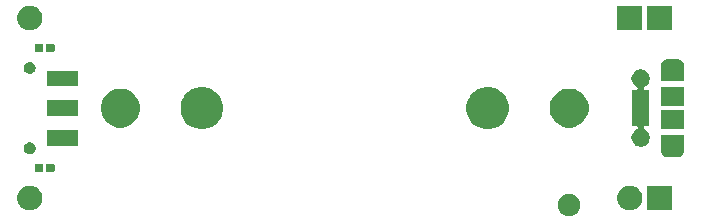
<source format=gbr>
G04 #@! TF.GenerationSoftware,KiCad,Pcbnew,5.0.1+dfsg1-3*
G04 #@! TF.CreationDate,2018-11-05T21:22:01-05:00*
G04 #@! TF.ProjectId,BreadBatt,4272656164426174742E6B696361645F,rev?*
G04 #@! TF.SameCoordinates,Original*
G04 #@! TF.FileFunction,Soldermask,Top*
G04 #@! TF.FilePolarity,Negative*
%FSLAX46Y46*%
G04 Gerber Fmt 4.6, Leading zero omitted, Abs format (unit mm)*
G04 Created by KiCad (PCBNEW 5.0.1+dfsg1-3) date Mon 05 Nov 2018 09:22:01 PM EST*
%MOMM*%
%LPD*%
G01*
G04 APERTURE LIST*
%ADD10C,0.100000*%
G04 APERTURE END LIST*
D10*
G36*
X158977338Y-115235738D02*
X159150373Y-115307412D01*
X159306100Y-115411465D01*
X159438535Y-115543900D01*
X159542588Y-115699627D01*
X159614262Y-115872662D01*
X159650800Y-116056354D01*
X159650800Y-116243646D01*
X159614262Y-116427338D01*
X159542588Y-116600373D01*
X159438535Y-116756100D01*
X159306100Y-116888535D01*
X159150373Y-116992588D01*
X158977338Y-117064262D01*
X158793646Y-117100800D01*
X158606354Y-117100800D01*
X158422662Y-117064262D01*
X158249627Y-116992588D01*
X158093900Y-116888535D01*
X157961465Y-116756100D01*
X157857412Y-116600373D01*
X157785738Y-116427338D01*
X157749200Y-116243646D01*
X157749200Y-116056354D01*
X157785738Y-115872662D01*
X157857412Y-115699627D01*
X157961465Y-115543900D01*
X158093900Y-115411465D01*
X158249627Y-115307412D01*
X158422662Y-115235738D01*
X158606354Y-115199200D01*
X158793646Y-115199200D01*
X158977338Y-115235738D01*
X158977338Y-115235738D01*
G37*
G36*
X163967176Y-114525900D02*
X164136507Y-114559581D01*
X164271729Y-114615592D01*
X164327740Y-114638793D01*
X164499846Y-114753791D01*
X164646209Y-114900154D01*
X164761207Y-115072260D01*
X164761207Y-115072261D01*
X164840419Y-115263493D01*
X164880800Y-115466506D01*
X164880800Y-115673494D01*
X164840419Y-115876507D01*
X164784408Y-116011729D01*
X164761207Y-116067740D01*
X164646209Y-116239846D01*
X164499846Y-116386209D01*
X164327740Y-116501207D01*
X164271729Y-116524408D01*
X164136507Y-116580419D01*
X163967176Y-116614100D01*
X163933495Y-116620800D01*
X163726505Y-116620800D01*
X163692824Y-116614100D01*
X163523493Y-116580419D01*
X163388271Y-116524408D01*
X163332260Y-116501207D01*
X163160154Y-116386209D01*
X163013791Y-116239846D01*
X162898793Y-116067740D01*
X162875592Y-116011729D01*
X162819581Y-115876507D01*
X162779200Y-115673494D01*
X162779200Y-115466506D01*
X162819581Y-115263493D01*
X162898793Y-115072261D01*
X162898793Y-115072260D01*
X163013791Y-114900154D01*
X163160154Y-114753791D01*
X163332260Y-114638793D01*
X163388271Y-114615592D01*
X163523493Y-114559581D01*
X163692824Y-114525900D01*
X163726505Y-114519200D01*
X163933495Y-114519200D01*
X163967176Y-114525900D01*
X163967176Y-114525900D01*
G37*
G36*
X113167176Y-114525900D02*
X113336507Y-114559581D01*
X113471729Y-114615592D01*
X113527740Y-114638793D01*
X113699846Y-114753791D01*
X113846209Y-114900154D01*
X113961207Y-115072260D01*
X113961207Y-115072261D01*
X114040419Y-115263493D01*
X114080800Y-115466506D01*
X114080800Y-115673494D01*
X114040419Y-115876507D01*
X113984408Y-116011729D01*
X113961207Y-116067740D01*
X113846209Y-116239846D01*
X113699846Y-116386209D01*
X113527740Y-116501207D01*
X113471729Y-116524408D01*
X113336507Y-116580419D01*
X113167176Y-116614100D01*
X113133495Y-116620800D01*
X112926505Y-116620800D01*
X112892824Y-116614100D01*
X112723493Y-116580419D01*
X112588271Y-116524408D01*
X112532260Y-116501207D01*
X112360154Y-116386209D01*
X112213791Y-116239846D01*
X112098793Y-116067740D01*
X112075592Y-116011729D01*
X112019581Y-115876507D01*
X111979200Y-115673494D01*
X111979200Y-115466506D01*
X112019581Y-115263493D01*
X112098793Y-115072261D01*
X112098793Y-115072260D01*
X112213791Y-114900154D01*
X112360154Y-114753791D01*
X112532260Y-114638793D01*
X112588271Y-114615592D01*
X112723493Y-114559581D01*
X112892824Y-114525900D01*
X112926505Y-114519200D01*
X113133495Y-114519200D01*
X113167176Y-114525900D01*
X113167176Y-114525900D01*
G37*
G36*
X167420800Y-116620800D02*
X165319200Y-116620800D01*
X165319200Y-114519200D01*
X167420800Y-114519200D01*
X167420800Y-116620800D01*
X167420800Y-116620800D01*
G37*
G36*
X115042625Y-112661905D02*
X115063030Y-112668095D01*
X115081835Y-112678147D01*
X115098323Y-112691677D01*
X115111853Y-112708165D01*
X115121905Y-112726970D01*
X115128095Y-112747375D01*
X115130800Y-112774843D01*
X115130800Y-113285157D01*
X115128095Y-113312625D01*
X115121905Y-113333030D01*
X115111853Y-113351835D01*
X115098323Y-113368323D01*
X115081835Y-113381853D01*
X115063030Y-113391905D01*
X115042625Y-113398095D01*
X115015157Y-113400800D01*
X114554843Y-113400800D01*
X114527375Y-113398095D01*
X114506970Y-113391905D01*
X114488165Y-113381853D01*
X114471677Y-113368323D01*
X114458147Y-113351835D01*
X114448095Y-113333030D01*
X114441905Y-113312625D01*
X114439200Y-113285157D01*
X114439200Y-112774843D01*
X114441905Y-112747375D01*
X114448095Y-112726970D01*
X114458147Y-112708165D01*
X114471677Y-112691677D01*
X114488165Y-112678147D01*
X114506970Y-112668095D01*
X114527375Y-112661905D01*
X114554843Y-112659200D01*
X115015157Y-112659200D01*
X115042625Y-112661905D01*
X115042625Y-112661905D01*
G37*
G36*
X114072625Y-112661905D02*
X114093030Y-112668095D01*
X114111835Y-112678147D01*
X114128323Y-112691677D01*
X114141853Y-112708165D01*
X114151905Y-112726970D01*
X114158095Y-112747375D01*
X114160800Y-112774843D01*
X114160800Y-113285157D01*
X114158095Y-113312625D01*
X114151905Y-113333030D01*
X114141853Y-113351835D01*
X114128323Y-113368323D01*
X114111835Y-113381853D01*
X114093030Y-113391905D01*
X114072625Y-113398095D01*
X114045157Y-113400800D01*
X113584843Y-113400800D01*
X113557375Y-113398095D01*
X113536970Y-113391905D01*
X113518165Y-113381853D01*
X113501677Y-113368323D01*
X113488147Y-113351835D01*
X113478095Y-113333030D01*
X113471905Y-113312625D01*
X113469200Y-113285157D01*
X113469200Y-112774843D01*
X113471905Y-112747375D01*
X113478095Y-112726970D01*
X113488147Y-112708165D01*
X113501677Y-112691677D01*
X113518165Y-112678147D01*
X113536970Y-112668095D01*
X113557375Y-112661905D01*
X113584843Y-112659200D01*
X114045157Y-112659200D01*
X114072625Y-112661905D01*
X114072625Y-112661905D01*
G37*
G36*
X168455900Y-111411795D02*
X168456512Y-111424244D01*
X168459049Y-111450000D01*
X168456512Y-111475756D01*
X168455900Y-111488205D01*
X168455900Y-111561856D01*
X168446630Y-111579199D01*
X168442432Y-111590934D01*
X168409270Y-111700254D01*
X168348839Y-111813314D01*
X168267511Y-111912411D01*
X168168414Y-111993739D01*
X168055358Y-112054168D01*
X168055355Y-112054169D01*
X167932679Y-112091383D01*
X167892839Y-112095307D01*
X167837070Y-112100800D01*
X167073130Y-112100800D01*
X167017361Y-112095307D01*
X166977521Y-112091383D01*
X166854845Y-112054169D01*
X166854842Y-112054168D01*
X166741786Y-111993739D01*
X166642689Y-111912411D01*
X166561361Y-111813314D01*
X166500930Y-111700254D01*
X166467768Y-111590934D01*
X166458241Y-111567933D01*
X166454300Y-111562035D01*
X166454300Y-111488205D01*
X166453688Y-111475756D01*
X166451151Y-111450000D01*
X166453688Y-111424244D01*
X166454300Y-111411795D01*
X166454300Y-110199200D01*
X168455900Y-110199200D01*
X168455900Y-111411795D01*
X168455900Y-111411795D01*
G37*
G36*
X113176077Y-110868445D02*
X113213828Y-110884083D01*
X113267218Y-110906197D01*
X113349241Y-110961003D01*
X113418997Y-111030759D01*
X113473803Y-111112782D01*
X113479195Y-111125800D01*
X113511555Y-111203923D01*
X113530800Y-111300676D01*
X113530800Y-111399324D01*
X113511555Y-111496077D01*
X113495917Y-111533828D01*
X113473803Y-111587218D01*
X113418997Y-111669241D01*
X113349241Y-111738997D01*
X113267218Y-111793803D01*
X113220114Y-111813314D01*
X113176077Y-111831555D01*
X113079324Y-111850800D01*
X112980676Y-111850800D01*
X112883923Y-111831555D01*
X112839886Y-111813314D01*
X112792782Y-111793803D01*
X112710759Y-111738997D01*
X112641003Y-111669241D01*
X112586197Y-111587218D01*
X112564083Y-111533828D01*
X112548445Y-111496077D01*
X112529200Y-111399324D01*
X112529200Y-111300676D01*
X112548445Y-111203923D01*
X112580805Y-111125800D01*
X112586197Y-111112782D01*
X112641003Y-111030759D01*
X112710759Y-110961003D01*
X112792782Y-110906197D01*
X112846172Y-110884083D01*
X112883923Y-110868445D01*
X112980676Y-110849200D01*
X113079324Y-110849200D01*
X113176077Y-110868445D01*
X113176077Y-110868445D01*
G37*
G36*
X164981393Y-104704013D02*
X165122579Y-104762495D01*
X165122581Y-104762496D01*
X165140097Y-104774200D01*
X165249644Y-104847397D01*
X165357703Y-104955456D01*
X165442605Y-105082521D01*
X165501087Y-105223707D01*
X165530900Y-105373590D01*
X165530900Y-105526410D01*
X165501087Y-105676293D01*
X165442605Y-105817479D01*
X165357703Y-105944544D01*
X165249644Y-106052603D01*
X165164934Y-106109204D01*
X165122581Y-106137504D01*
X165122580Y-106137505D01*
X165122579Y-106137505D01*
X165080659Y-106154869D01*
X165058706Y-106166604D01*
X165039461Y-106182398D01*
X165023667Y-106201643D01*
X165011931Y-106223600D01*
X165004704Y-106247424D01*
X165002264Y-106272200D01*
X165004704Y-106296977D01*
X165011931Y-106320801D01*
X165023668Y-106342758D01*
X165039462Y-106362003D01*
X165058707Y-106377797D01*
X165080664Y-106389533D01*
X165104488Y-106396760D01*
X165129264Y-106399200D01*
X165480900Y-106399200D01*
X165480900Y-109500800D01*
X165129264Y-109500800D01*
X165104488Y-109503240D01*
X165080663Y-109510467D01*
X165058707Y-109522203D01*
X165039461Y-109537997D01*
X165023667Y-109557243D01*
X165011931Y-109579199D01*
X165004704Y-109603024D01*
X165002264Y-109627800D01*
X165004704Y-109652576D01*
X165011931Y-109676401D01*
X165023667Y-109698357D01*
X165039461Y-109717603D01*
X165058707Y-109733397D01*
X165080659Y-109745131D01*
X165122579Y-109762495D01*
X165122581Y-109762496D01*
X165140097Y-109774200D01*
X165249644Y-109847397D01*
X165357703Y-109955456D01*
X165442605Y-110082521D01*
X165501087Y-110223707D01*
X165530900Y-110373590D01*
X165530900Y-110526410D01*
X165501087Y-110676293D01*
X165442605Y-110817479D01*
X165357703Y-110944544D01*
X165249644Y-111052603D01*
X165198635Y-111086686D01*
X165122581Y-111137504D01*
X165122580Y-111137505D01*
X165122579Y-111137505D01*
X164981393Y-111195987D01*
X164831510Y-111225800D01*
X164678690Y-111225800D01*
X164528807Y-111195987D01*
X164387621Y-111137505D01*
X164387620Y-111137505D01*
X164387619Y-111137504D01*
X164311565Y-111086686D01*
X164260556Y-111052603D01*
X164152497Y-110944544D01*
X164067595Y-110817479D01*
X164009113Y-110676293D01*
X163979300Y-110526410D01*
X163979300Y-110373590D01*
X164009113Y-110223707D01*
X164067595Y-110082521D01*
X164152497Y-109955456D01*
X164260556Y-109847397D01*
X164370103Y-109774200D01*
X164387619Y-109762496D01*
X164387621Y-109762495D01*
X164429541Y-109745131D01*
X164451494Y-109733396D01*
X164470739Y-109717602D01*
X164486533Y-109698357D01*
X164498269Y-109676400D01*
X164505496Y-109652576D01*
X164507936Y-109627800D01*
X164505496Y-109603023D01*
X164498269Y-109579199D01*
X164486532Y-109557242D01*
X164470738Y-109537997D01*
X164451493Y-109522203D01*
X164429536Y-109510467D01*
X164405712Y-109503240D01*
X164380936Y-109500800D01*
X164029300Y-109500800D01*
X164029300Y-106399200D01*
X164380936Y-106399200D01*
X164405712Y-106396760D01*
X164429537Y-106389533D01*
X164451493Y-106377797D01*
X164470739Y-106362003D01*
X164486533Y-106342757D01*
X164498269Y-106320801D01*
X164505496Y-106296976D01*
X164507936Y-106272200D01*
X164505496Y-106247424D01*
X164498269Y-106223599D01*
X164486533Y-106201643D01*
X164470739Y-106182397D01*
X164451493Y-106166603D01*
X164429541Y-106154869D01*
X164387621Y-106137505D01*
X164387620Y-106137505D01*
X164387619Y-106137504D01*
X164345266Y-106109204D01*
X164260556Y-106052603D01*
X164152497Y-105944544D01*
X164067595Y-105817479D01*
X164009113Y-105676293D01*
X163979300Y-105526410D01*
X163979300Y-105373590D01*
X164009113Y-105223707D01*
X164067595Y-105082521D01*
X164152497Y-104955456D01*
X164260556Y-104847397D01*
X164370103Y-104774200D01*
X164387619Y-104762496D01*
X164387621Y-104762495D01*
X164528807Y-104704013D01*
X164678690Y-104674200D01*
X164831510Y-104674200D01*
X164981393Y-104704013D01*
X164981393Y-104704013D01*
G37*
G36*
X117080800Y-111125800D02*
X114479200Y-111125800D01*
X114479200Y-109774200D01*
X117080800Y-109774200D01*
X117080800Y-111125800D01*
X117080800Y-111125800D01*
G37*
G36*
X152325273Y-106218403D02*
X152395335Y-106247424D01*
X152652999Y-106354152D01*
X152665702Y-106362640D01*
X152947941Y-106551226D01*
X153198774Y-106802059D01*
X153330156Y-106998686D01*
X153395848Y-107097001D01*
X153463722Y-107260863D01*
X153531597Y-107424727D01*
X153600800Y-107772637D01*
X153600800Y-108127363D01*
X153531597Y-108475273D01*
X153469246Y-108625800D01*
X153395848Y-108802999D01*
X153395847Y-108803000D01*
X153198774Y-109097941D01*
X152947941Y-109348774D01*
X152751314Y-109480156D01*
X152652999Y-109545848D01*
X152572482Y-109579199D01*
X152325273Y-109681597D01*
X151977363Y-109750800D01*
X151622637Y-109750800D01*
X151274727Y-109681597D01*
X151027518Y-109579199D01*
X150947001Y-109545848D01*
X150848686Y-109480156D01*
X150652059Y-109348774D01*
X150401226Y-109097941D01*
X150204153Y-108803000D01*
X150204152Y-108802999D01*
X150130754Y-108625800D01*
X150068403Y-108475273D01*
X149999200Y-108127363D01*
X149999200Y-107772637D01*
X150068403Y-107424727D01*
X150136278Y-107260863D01*
X150204152Y-107097001D01*
X150269844Y-106998686D01*
X150401226Y-106802059D01*
X150652059Y-106551226D01*
X150934298Y-106362640D01*
X150947001Y-106354152D01*
X151204665Y-106247424D01*
X151274727Y-106218403D01*
X151622637Y-106149200D01*
X151977363Y-106149200D01*
X152325273Y-106218403D01*
X152325273Y-106218403D01*
G37*
G36*
X168455900Y-109750800D02*
X166454300Y-109750800D01*
X166454300Y-108149200D01*
X168455900Y-108149200D01*
X168455900Y-109750800D01*
X168455900Y-109750800D01*
G37*
G36*
X128125273Y-106218403D02*
X128195335Y-106247424D01*
X128452999Y-106354152D01*
X128465702Y-106362640D01*
X128747941Y-106551226D01*
X128998774Y-106802059D01*
X129130156Y-106998686D01*
X129195848Y-107097001D01*
X129263722Y-107260863D01*
X129331597Y-107424727D01*
X129400800Y-107772637D01*
X129400800Y-108127363D01*
X129331597Y-108475273D01*
X129269246Y-108625800D01*
X129195848Y-108802999D01*
X129195847Y-108803000D01*
X128998774Y-109097941D01*
X128747941Y-109348774D01*
X128551314Y-109480156D01*
X128452999Y-109545848D01*
X128372482Y-109579199D01*
X128125273Y-109681597D01*
X127777363Y-109750800D01*
X127422637Y-109750800D01*
X127074727Y-109681597D01*
X126827518Y-109579199D01*
X126747001Y-109545848D01*
X126648686Y-109480156D01*
X126452059Y-109348774D01*
X126201226Y-109097941D01*
X126004153Y-108803000D01*
X126004152Y-108802999D01*
X125930754Y-108625800D01*
X125868403Y-108475273D01*
X125799200Y-108127363D01*
X125799200Y-107772637D01*
X125868403Y-107424727D01*
X125936278Y-107260863D01*
X126004152Y-107097001D01*
X126069844Y-106998686D01*
X126201226Y-106802059D01*
X126452059Y-106551226D01*
X126734298Y-106362640D01*
X126747001Y-106354152D01*
X127004665Y-106247424D01*
X127074727Y-106218403D01*
X127422637Y-106149200D01*
X127777363Y-106149200D01*
X128125273Y-106218403D01*
X128125273Y-106218403D01*
G37*
G36*
X159181521Y-106362639D02*
X159481947Y-106487080D01*
X159752324Y-106667740D01*
X159982260Y-106897676D01*
X160162920Y-107168053D01*
X160287361Y-107468479D01*
X160350800Y-107787410D01*
X160350800Y-108112590D01*
X160287361Y-108431521D01*
X160162920Y-108731947D01*
X159982260Y-109002324D01*
X159752324Y-109232260D01*
X159481947Y-109412920D01*
X159181521Y-109537361D01*
X158862590Y-109600800D01*
X158537410Y-109600800D01*
X158218479Y-109537361D01*
X157918053Y-109412920D01*
X157647676Y-109232260D01*
X157417740Y-109002324D01*
X157237080Y-108731947D01*
X157112639Y-108431521D01*
X157049200Y-108112590D01*
X157049200Y-107787410D01*
X157112639Y-107468479D01*
X157237080Y-107168053D01*
X157417740Y-106897676D01*
X157647676Y-106667740D01*
X157918053Y-106487080D01*
X158218479Y-106362639D01*
X158537410Y-106299200D01*
X158862590Y-106299200D01*
X159181521Y-106362639D01*
X159181521Y-106362639D01*
G37*
G36*
X121181521Y-106362639D02*
X121481947Y-106487080D01*
X121752324Y-106667740D01*
X121982260Y-106897676D01*
X122162920Y-107168053D01*
X122287361Y-107468479D01*
X122350800Y-107787410D01*
X122350800Y-108112590D01*
X122287361Y-108431521D01*
X122162920Y-108731947D01*
X121982260Y-109002324D01*
X121752324Y-109232260D01*
X121481947Y-109412920D01*
X121181521Y-109537361D01*
X120862590Y-109600800D01*
X120537410Y-109600800D01*
X120218479Y-109537361D01*
X119918053Y-109412920D01*
X119647676Y-109232260D01*
X119417740Y-109002324D01*
X119237080Y-108731947D01*
X119112639Y-108431521D01*
X119049200Y-108112590D01*
X119049200Y-107787410D01*
X119112639Y-107468479D01*
X119237080Y-107168053D01*
X119417740Y-106897676D01*
X119647676Y-106667740D01*
X119918053Y-106487080D01*
X120218479Y-106362639D01*
X120537410Y-106299200D01*
X120862590Y-106299200D01*
X121181521Y-106362639D01*
X121181521Y-106362639D01*
G37*
G36*
X117080800Y-108625800D02*
X114479200Y-108625800D01*
X114479200Y-107274200D01*
X117080800Y-107274200D01*
X117080800Y-108625800D01*
X117080800Y-108625800D01*
G37*
G36*
X168455900Y-107750800D02*
X166454300Y-107750800D01*
X166454300Y-106149200D01*
X168455900Y-106149200D01*
X168455900Y-107750800D01*
X168455900Y-107750800D01*
G37*
G36*
X117080800Y-106125800D02*
X114479200Y-106125800D01*
X114479200Y-104774200D01*
X117080800Y-104774200D01*
X117080800Y-106125800D01*
X117080800Y-106125800D01*
G37*
G36*
X167892839Y-103804693D02*
X167932679Y-103808617D01*
X168055355Y-103845831D01*
X168055358Y-103845832D01*
X168168414Y-103906261D01*
X168267511Y-103987589D01*
X168348839Y-104086686D01*
X168409270Y-104199746D01*
X168442432Y-104309066D01*
X168451959Y-104332067D01*
X168455900Y-104337965D01*
X168455900Y-104411795D01*
X168456512Y-104424244D01*
X168459049Y-104450000D01*
X168456512Y-104475756D01*
X168455900Y-104488205D01*
X168455900Y-105700800D01*
X166454300Y-105700800D01*
X166454300Y-104488205D01*
X166453688Y-104475756D01*
X166451151Y-104450000D01*
X166453688Y-104424244D01*
X166454300Y-104411795D01*
X166454300Y-104338144D01*
X166463570Y-104320801D01*
X166467768Y-104309066D01*
X166500930Y-104199746D01*
X166561361Y-104086686D01*
X166642689Y-103987589D01*
X166741786Y-103906261D01*
X166854842Y-103845832D01*
X166854845Y-103845831D01*
X166977521Y-103808617D01*
X167017361Y-103804693D01*
X167073130Y-103799200D01*
X167837070Y-103799200D01*
X167892839Y-103804693D01*
X167892839Y-103804693D01*
G37*
G36*
X113176077Y-104068445D02*
X113213828Y-104084083D01*
X113267218Y-104106197D01*
X113349241Y-104161003D01*
X113418997Y-104230759D01*
X113473803Y-104312782D01*
X113484234Y-104337965D01*
X113511555Y-104403923D01*
X113530800Y-104500676D01*
X113530800Y-104599324D01*
X113511555Y-104696077D01*
X113495917Y-104733828D01*
X113473803Y-104787218D01*
X113418997Y-104869241D01*
X113349241Y-104938997D01*
X113267218Y-104993803D01*
X113213828Y-105015917D01*
X113176077Y-105031555D01*
X113079324Y-105050800D01*
X112980676Y-105050800D01*
X112883923Y-105031555D01*
X112846172Y-105015917D01*
X112792782Y-104993803D01*
X112710759Y-104938997D01*
X112641003Y-104869241D01*
X112586197Y-104787218D01*
X112564083Y-104733828D01*
X112548445Y-104696077D01*
X112529200Y-104599324D01*
X112529200Y-104500676D01*
X112548445Y-104403923D01*
X112575766Y-104337965D01*
X112586197Y-104312782D01*
X112641003Y-104230759D01*
X112710759Y-104161003D01*
X112792782Y-104106197D01*
X112846172Y-104084083D01*
X112883923Y-104068445D01*
X112980676Y-104049200D01*
X113079324Y-104049200D01*
X113176077Y-104068445D01*
X113176077Y-104068445D01*
G37*
G36*
X115042625Y-102501905D02*
X115063030Y-102508095D01*
X115081835Y-102518147D01*
X115098323Y-102531677D01*
X115111853Y-102548165D01*
X115121905Y-102566970D01*
X115128095Y-102587375D01*
X115130800Y-102614843D01*
X115130800Y-103125157D01*
X115128095Y-103152625D01*
X115121905Y-103173030D01*
X115111853Y-103191835D01*
X115098323Y-103208323D01*
X115081835Y-103221853D01*
X115063030Y-103231905D01*
X115042625Y-103238095D01*
X115015157Y-103240800D01*
X114554843Y-103240800D01*
X114527375Y-103238095D01*
X114506970Y-103231905D01*
X114488165Y-103221853D01*
X114471677Y-103208323D01*
X114458147Y-103191835D01*
X114448095Y-103173030D01*
X114441905Y-103152625D01*
X114439200Y-103125157D01*
X114439200Y-102614843D01*
X114441905Y-102587375D01*
X114448095Y-102566970D01*
X114458147Y-102548165D01*
X114471677Y-102531677D01*
X114488165Y-102518147D01*
X114506970Y-102508095D01*
X114527375Y-102501905D01*
X114554843Y-102499200D01*
X115015157Y-102499200D01*
X115042625Y-102501905D01*
X115042625Y-102501905D01*
G37*
G36*
X114072625Y-102501905D02*
X114093030Y-102508095D01*
X114111835Y-102518147D01*
X114128323Y-102531677D01*
X114141853Y-102548165D01*
X114151905Y-102566970D01*
X114158095Y-102587375D01*
X114160800Y-102614843D01*
X114160800Y-103125157D01*
X114158095Y-103152625D01*
X114151905Y-103173030D01*
X114141853Y-103191835D01*
X114128323Y-103208323D01*
X114111835Y-103221853D01*
X114093030Y-103231905D01*
X114072625Y-103238095D01*
X114045157Y-103240800D01*
X113584843Y-103240800D01*
X113557375Y-103238095D01*
X113536970Y-103231905D01*
X113518165Y-103221853D01*
X113501677Y-103208323D01*
X113488147Y-103191835D01*
X113478095Y-103173030D01*
X113471905Y-103152625D01*
X113469200Y-103125157D01*
X113469200Y-102614843D01*
X113471905Y-102587375D01*
X113478095Y-102566970D01*
X113488147Y-102548165D01*
X113501677Y-102531677D01*
X113518165Y-102518147D01*
X113536970Y-102508095D01*
X113557375Y-102501905D01*
X113584843Y-102499200D01*
X114045157Y-102499200D01*
X114072625Y-102501905D01*
X114072625Y-102501905D01*
G37*
G36*
X167420800Y-101380800D02*
X165319200Y-101380800D01*
X165319200Y-99279200D01*
X167420800Y-99279200D01*
X167420800Y-101380800D01*
X167420800Y-101380800D01*
G37*
G36*
X113167176Y-99285900D02*
X113336507Y-99319581D01*
X113471729Y-99375592D01*
X113527740Y-99398793D01*
X113699846Y-99513791D01*
X113846209Y-99660154D01*
X113961207Y-99832260D01*
X113961207Y-99832261D01*
X114040419Y-100023493D01*
X114080800Y-100226506D01*
X114080800Y-100433494D01*
X114040419Y-100636507D01*
X113984408Y-100771729D01*
X113961207Y-100827740D01*
X113846209Y-100999846D01*
X113699846Y-101146209D01*
X113527740Y-101261207D01*
X113471729Y-101284408D01*
X113336507Y-101340419D01*
X113167176Y-101374100D01*
X113133495Y-101380800D01*
X112926505Y-101380800D01*
X112892824Y-101374100D01*
X112723493Y-101340419D01*
X112588271Y-101284408D01*
X112532260Y-101261207D01*
X112360154Y-101146209D01*
X112213791Y-100999846D01*
X112098793Y-100827740D01*
X112075592Y-100771729D01*
X112019581Y-100636507D01*
X111979200Y-100433494D01*
X111979200Y-100226506D01*
X112019581Y-100023493D01*
X112098793Y-99832261D01*
X112098793Y-99832260D01*
X112213791Y-99660154D01*
X112360154Y-99513791D01*
X112532260Y-99398793D01*
X112588271Y-99375592D01*
X112723493Y-99319581D01*
X112892824Y-99285900D01*
X112926505Y-99279200D01*
X113133495Y-99279200D01*
X113167176Y-99285900D01*
X113167176Y-99285900D01*
G37*
G36*
X164880800Y-101380800D02*
X162779200Y-101380800D01*
X162779200Y-99279200D01*
X164880800Y-99279200D01*
X164880800Y-101380800D01*
X164880800Y-101380800D01*
G37*
M02*

</source>
